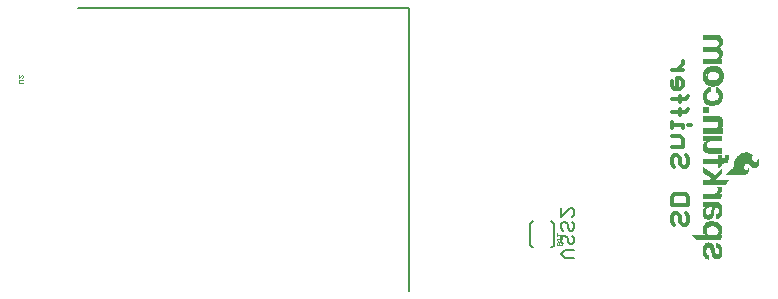
<source format=gbr>
G04 EAGLE Gerber RS-274X export*
G75*
%MOMM*%
%FSLAX34Y34*%
%LPD*%
%INSilkscreen Bottom*%
%IPPOS*%
%AMOC8*
5,1,8,0,0,1.08239X$1,22.5*%
G01*
%ADD10C,0.355600*%
%ADD11C,0.203200*%
%ADD12C,0.127000*%
%ADD13C,0.025400*%
%ADD14R,0.485100X0.495300*%

G36*
X601553Y138027D02*
X601553Y138027D01*
X601559Y138025D01*
X602390Y138095D01*
X602401Y138101D01*
X602416Y138100D01*
X603215Y138340D01*
X603225Y138348D01*
X603239Y138350D01*
X603971Y138751D01*
X603979Y138761D01*
X603992Y138766D01*
X604542Y139236D01*
X604547Y139247D01*
X604559Y139254D01*
X605004Y139824D01*
X605007Y139836D01*
X605017Y139846D01*
X605338Y140494D01*
X605339Y140506D01*
X605347Y140518D01*
X605531Y141217D01*
X605530Y141228D01*
X605535Y141239D01*
X605608Y142179D01*
X605606Y142188D01*
X605609Y142195D01*
X605608Y142197D01*
X605608Y142199D01*
X605535Y143139D01*
X605533Y143143D01*
X605534Y143149D01*
X605458Y143632D01*
X605433Y143671D01*
X605412Y143711D01*
X605408Y143712D01*
X605406Y143715D01*
X605361Y143725D01*
X605317Y143737D01*
X605313Y143735D01*
X605309Y143736D01*
X605271Y143711D01*
X605232Y143688D01*
X605231Y143683D01*
X605228Y143681D01*
X605219Y143640D01*
X605207Y143600D01*
X605223Y143442D01*
X605195Y143304D01*
X605124Y143171D01*
X604525Y142347D01*
X604459Y142279D01*
X604411Y142229D01*
X604273Y142157D01*
X603858Y142064D01*
X603430Y142064D01*
X603014Y142157D01*
X602610Y142363D01*
X602282Y142676D01*
X601917Y143282D01*
X601710Y143960D01*
X601675Y144671D01*
X601772Y145281D01*
X601970Y145867D01*
X602263Y146410D01*
X602628Y146835D01*
X603088Y147150D01*
X603613Y147336D01*
X604169Y147379D01*
X604717Y147277D01*
X605220Y147037D01*
X605655Y146667D01*
X607196Y145214D01*
X607206Y145211D01*
X607212Y145202D01*
X608970Y144015D01*
X608983Y144013D01*
X608993Y144003D01*
X609681Y143723D01*
X609696Y143724D01*
X609711Y143715D01*
X610446Y143616D01*
X610461Y143620D01*
X610478Y143615D01*
X611215Y143702D01*
X611228Y143710D01*
X611246Y143710D01*
X611938Y143977D01*
X611949Y143988D01*
X611966Y143992D01*
X612569Y144423D01*
X612576Y144434D01*
X612588Y144439D01*
X612766Y144628D01*
X612767Y144628D01*
X613005Y144881D01*
X613006Y144881D01*
X613244Y145133D01*
X613246Y145135D01*
X613249Y145143D01*
X613257Y145148D01*
X613817Y145925D01*
X613820Y145935D01*
X613828Y145943D01*
X614216Y146723D01*
X614217Y146735D01*
X614225Y146746D01*
X614456Y147586D01*
X614455Y147598D01*
X614461Y147610D01*
X614527Y148478D01*
X614523Y148489D01*
X614527Y148500D01*
X614441Y149400D01*
X614437Y149409D01*
X614438Y149419D01*
X614218Y150297D01*
X614212Y150305D01*
X614211Y150317D01*
X614110Y150545D01*
X613958Y150901D01*
X613958Y150902D01*
X613737Y151406D01*
X613726Y151416D01*
X613721Y151433D01*
X613383Y151868D01*
X613376Y151871D01*
X613372Y151879D01*
X613347Y151904D01*
X613347Y151905D01*
X613346Y151907D01*
X613254Y151942D01*
X613165Y151901D01*
X613132Y151816D01*
X613132Y151213D01*
X613075Y150702D01*
X612936Y150212D01*
X612681Y149731D01*
X612677Y149728D01*
X612311Y149336D01*
X611851Y149050D01*
X611332Y148893D01*
X611029Y148881D01*
X610729Y148940D01*
X610235Y149146D01*
X609777Y149429D01*
X609367Y149780D01*
X609013Y150192D01*
X608362Y151094D01*
X608113Y151582D01*
X608015Y152112D01*
X608073Y152650D01*
X608138Y152824D01*
X608387Y153185D01*
X608726Y153459D01*
X608829Y153503D01*
X608949Y153519D01*
X609829Y153519D01*
X609870Y153536D01*
X609912Y153550D01*
X609915Y153555D01*
X609920Y153557D01*
X609936Y153598D01*
X609955Y153638D01*
X609953Y153644D01*
X609955Y153649D01*
X609943Y153676D01*
X609927Y153725D01*
X609006Y154851D01*
X608994Y154857D01*
X608987Y154869D01*
X607850Y155776D01*
X607839Y155779D01*
X607831Y155788D01*
X606897Y156290D01*
X606887Y156291D01*
X606879Y156297D01*
X605882Y156655D01*
X605872Y156655D01*
X605863Y156660D01*
X604824Y156867D01*
X604813Y156865D01*
X604803Y156869D01*
X602875Y156930D01*
X602864Y156925D01*
X602852Y156928D01*
X600945Y156640D01*
X600935Y156634D01*
X600923Y156634D01*
X599099Y156006D01*
X599090Y155999D01*
X599078Y155997D01*
X597397Y155050D01*
X597391Y155042D01*
X597380Y155039D01*
X596273Y154154D01*
X596270Y154149D01*
X596265Y154146D01*
X596264Y154144D01*
X596260Y154142D01*
X595907Y153768D01*
X595431Y153263D01*
X595288Y153111D01*
X595285Y153103D01*
X595277Y153097D01*
X594460Y151940D01*
X594458Y151930D01*
X594450Y151922D01*
X593850Y150692D01*
X593849Y150681D01*
X593841Y150671D01*
X593473Y149352D01*
X593475Y149341D01*
X593469Y149330D01*
X593345Y147966D01*
X593347Y147961D01*
X593345Y147955D01*
X593345Y145680D01*
X593280Y145312D01*
X593153Y144961D01*
X592564Y143971D01*
X591782Y143117D01*
X586300Y138245D01*
X586298Y138241D01*
X586293Y138239D01*
X586277Y138197D01*
X586258Y138156D01*
X586260Y138152D01*
X586258Y138147D01*
X586277Y138106D01*
X586292Y138064D01*
X586297Y138062D01*
X586299Y138058D01*
X586372Y138029D01*
X586383Y138025D01*
X586384Y138025D01*
X601548Y138025D01*
X601553Y138027D01*
G37*
G36*
X582053Y82490D02*
X582053Y82490D01*
X582092Y82500D01*
X582098Y82509D01*
X582107Y82513D01*
X582118Y82541D01*
X582140Y82578D01*
X582876Y86464D01*
X582873Y86478D01*
X582878Y86493D01*
X582863Y86525D01*
X582855Y86560D01*
X582842Y86568D01*
X582836Y86582D01*
X582797Y86596D01*
X582772Y86612D01*
X582761Y86609D01*
X582750Y86613D01*
X580833Y86589D01*
X580982Y86723D01*
X580983Y86724D01*
X580984Y86724D01*
X581949Y87613D01*
X581951Y87619D01*
X581958Y87623D01*
X582259Y87966D01*
X582263Y87977D01*
X582273Y87985D01*
X582506Y88379D01*
X582507Y88388D01*
X582514Y88396D01*
X583047Y89717D01*
X583047Y89728D01*
X583054Y89738D01*
X583156Y90220D01*
X583153Y90232D01*
X583158Y90244D01*
X583183Y92225D01*
X583179Y92236D01*
X583181Y92248D01*
X582998Y93333D01*
X582991Y93343D01*
X582991Y93358D01*
X582591Y94382D01*
X582583Y94389D01*
X582581Y94401D01*
X582040Y95303D01*
X582034Y95308D01*
X582031Y95317D01*
X581378Y96141D01*
X581368Y96147D01*
X581363Y96157D01*
X580473Y96949D01*
X580460Y96953D01*
X580451Y96965D01*
X579410Y97544D01*
X579398Y97546D01*
X579387Y97554D01*
X577274Y98228D01*
X577263Y98227D01*
X577252Y98233D01*
X575052Y98516D01*
X575041Y98513D01*
X575029Y98517D01*
X572814Y98399D01*
X572804Y98394D01*
X572792Y98396D01*
X571416Y98073D01*
X571407Y98067D01*
X571395Y98066D01*
X570095Y97510D01*
X570087Y97502D01*
X570076Y97500D01*
X568891Y96728D01*
X568885Y96719D01*
X568874Y96714D01*
X568167Y96057D01*
X568163Y96047D01*
X568153Y96041D01*
X567568Y95273D01*
X567566Y95262D01*
X567557Y95255D01*
X567111Y94399D01*
X567110Y94388D01*
X567102Y94379D01*
X566808Y93460D01*
X566809Y93450D01*
X566803Y93440D01*
X566614Y92228D01*
X566616Y92219D01*
X566613Y92210D01*
X566596Y90983D01*
X566599Y90975D01*
X566597Y90965D01*
X566752Y89748D01*
X566757Y89738D01*
X566757Y89726D01*
X567021Y88882D01*
X567029Y88872D01*
X567032Y88857D01*
X567469Y88088D01*
X567479Y88080D01*
X567484Y88066D01*
X568074Y87406D01*
X568086Y87400D01*
X568094Y87388D01*
X568810Y86868D01*
X568812Y86867D01*
X557708Y86867D01*
X557664Y86849D01*
X557621Y86832D01*
X557620Y86830D01*
X557617Y86829D01*
X557600Y86785D01*
X557582Y86741D01*
X557583Y86739D01*
X557582Y86737D01*
X557591Y86716D01*
X557614Y86656D01*
X561348Y82516D01*
X561354Y82514D01*
X561357Y82508D01*
X561417Y82484D01*
X561438Y82475D01*
X561440Y82476D01*
X561442Y82475D01*
X582016Y82475D01*
X582053Y82490D01*
G37*
G36*
X583135Y231625D02*
X583135Y231625D01*
X583137Y231624D01*
X583180Y231644D01*
X583224Y231662D01*
X583224Y231664D01*
X583226Y231665D01*
X583259Y231750D01*
X583259Y235737D01*
X583258Y235739D01*
X583259Y235741D01*
X583239Y235784D01*
X583221Y235828D01*
X583219Y235828D01*
X583218Y235830D01*
X583133Y235863D01*
X581080Y235863D01*
X581087Y235894D01*
X581483Y236196D01*
X581486Y236202D01*
X581494Y236205D01*
X582281Y236967D01*
X582284Y236975D01*
X582291Y236979D01*
X582903Y237741D01*
X582907Y237755D01*
X582920Y237767D01*
X583324Y238657D01*
X583324Y238669D01*
X583332Y238680D01*
X583586Y239772D01*
X583585Y239781D01*
X583589Y239789D01*
X583716Y241161D01*
X583713Y241171D01*
X583716Y241182D01*
X583647Y242139D01*
X583641Y242150D01*
X583642Y242164D01*
X583382Y243087D01*
X583374Y243097D01*
X583372Y243110D01*
X582969Y243900D01*
X582960Y243908D01*
X582956Y243921D01*
X582410Y244619D01*
X582399Y244625D01*
X582393Y244637D01*
X581724Y245219D01*
X581712Y245222D01*
X581710Y245225D01*
X581710Y245226D01*
X581709Y245226D01*
X581704Y245233D01*
X581046Y245613D01*
X581088Y245655D01*
X581569Y246110D01*
X581570Y246113D01*
X581573Y246114D01*
X582332Y246902D01*
X582335Y246911D01*
X582344Y246916D01*
X582982Y247805D01*
X582984Y247816D01*
X582992Y247824D01*
X583386Y248629D01*
X583386Y248641D01*
X583394Y248652D01*
X583626Y249517D01*
X583624Y249529D01*
X583630Y249541D01*
X583691Y250435D01*
X583690Y250438D01*
X583691Y250439D01*
X583688Y250445D01*
X583691Y250455D01*
X583584Y251734D01*
X583580Y251741D01*
X583582Y251748D01*
X583333Y253008D01*
X583327Y253017D01*
X583327Y253029D01*
X583001Y253895D01*
X582991Y253905D01*
X582988Y253920D01*
X582481Y254694D01*
X582469Y254701D01*
X582463Y254715D01*
X581799Y255361D01*
X581787Y255365D01*
X581778Y255377D01*
X580839Y255965D01*
X580826Y255967D01*
X580816Y255977D01*
X579777Y256363D01*
X579764Y256362D01*
X579752Y256369D01*
X578656Y256538D01*
X578647Y256535D01*
X578637Y256539D01*
X567055Y256539D01*
X567053Y256538D01*
X567051Y256539D01*
X567008Y256519D01*
X566964Y256501D01*
X566964Y256499D01*
X566962Y256498D01*
X566929Y256413D01*
X566929Y252171D01*
X566930Y252169D01*
X566929Y252167D01*
X566949Y252124D01*
X566967Y252080D01*
X566969Y252080D01*
X566970Y252078D01*
X567055Y252045D01*
X577334Y252045D01*
X578214Y251938D01*
X579036Y251626D01*
X579420Y251365D01*
X579733Y251022D01*
X579959Y250616D01*
X580087Y250168D01*
X580155Y249264D01*
X580063Y248361D01*
X579937Y247952D01*
X579727Y247579D01*
X579441Y247261D01*
X578913Y246876D01*
X578318Y246603D01*
X577679Y246454D01*
X576576Y246379D01*
X567055Y246379D01*
X567053Y246378D01*
X567051Y246379D01*
X567008Y246359D01*
X566964Y246341D01*
X566964Y246339D01*
X566962Y246338D01*
X566929Y246253D01*
X566929Y241935D01*
X566930Y241933D01*
X566929Y241931D01*
X566949Y241888D01*
X566967Y241844D01*
X566969Y241844D01*
X566970Y241842D01*
X567055Y241809D01*
X577614Y241809D01*
X578277Y241729D01*
X578896Y241498D01*
X579443Y241128D01*
X579761Y240781D01*
X579994Y240373D01*
X580130Y239922D01*
X580162Y239445D01*
X580112Y238597D01*
X580030Y238157D01*
X579852Y237753D01*
X579586Y237399D01*
X578642Y236579D01*
X578104Y236296D01*
X577513Y236164D01*
X576891Y236194D01*
X576888Y236193D01*
X576885Y236194D01*
X567080Y236194D01*
X567078Y236193D01*
X567076Y236194D01*
X567033Y236174D01*
X566989Y236156D01*
X566989Y236154D01*
X566987Y236153D01*
X566954Y236068D01*
X566954Y231750D01*
X566955Y231748D01*
X566954Y231746D01*
X566974Y231703D01*
X566992Y231659D01*
X566994Y231659D01*
X566995Y231657D01*
X567080Y231624D01*
X583133Y231624D01*
X583135Y231625D01*
G37*
G36*
X571983Y99848D02*
X571983Y99848D01*
X571995Y99853D01*
X572010Y99851D01*
X572951Y100057D01*
X572963Y100066D01*
X572980Y100067D01*
X573842Y100496D01*
X573851Y100506D01*
X573866Y100511D01*
X574475Y101009D01*
X574479Y101017D01*
X574487Y101020D01*
X574488Y101024D01*
X574493Y101027D01*
X574991Y101637D01*
X574994Y101649D01*
X575005Y101658D01*
X575371Y102354D01*
X575372Y102365D01*
X575379Y102374D01*
X575863Y103859D01*
X575862Y103867D01*
X575867Y103876D01*
X576145Y105413D01*
X576144Y105417D01*
X576147Y105422D01*
X576375Y107628D01*
X576601Y108934D01*
X576766Y109403D01*
X577012Y109831D01*
X577273Y110115D01*
X577360Y110175D01*
X577457Y110217D01*
X577978Y110328D01*
X578509Y110328D01*
X579030Y110217D01*
X579344Y110078D01*
X579623Y109879D01*
X579857Y109626D01*
X580050Y109312D01*
X580178Y108966D01*
X580239Y108597D01*
X580289Y107242D01*
X580235Y106655D01*
X580070Y106094D01*
X579815Y105630D01*
X579459Y105240D01*
X579021Y104945D01*
X578526Y104761D01*
X577995Y104698D01*
X577952Y104698D01*
X577950Y104697D01*
X577948Y104698D01*
X577905Y104678D01*
X577861Y104660D01*
X577861Y104658D01*
X577859Y104657D01*
X577826Y104572D01*
X577826Y100431D01*
X577824Y100430D01*
X577814Y100388D01*
X577800Y100346D01*
X577803Y100340D01*
X577802Y100334D01*
X577818Y100309D01*
X577839Y100264D01*
X577864Y100239D01*
X577865Y100239D01*
X577907Y100223D01*
X577956Y100204D01*
X577957Y100204D01*
X577999Y100224D01*
X578042Y100243D01*
X578933Y100365D01*
X578944Y100371D01*
X578959Y100371D01*
X579900Y100705D01*
X579910Y100714D01*
X579924Y100717D01*
X580777Y101236D01*
X580785Y101247D01*
X580798Y101252D01*
X581528Y101935D01*
X581533Y101947D01*
X581545Y101955D01*
X582119Y102772D01*
X582122Y102784D01*
X582131Y102793D01*
X582660Y103951D01*
X582660Y103961D01*
X582667Y103970D01*
X583001Y105199D01*
X583000Y105208D01*
X583004Y105217D01*
X583218Y106957D01*
X583215Y106965D01*
X583218Y106973D01*
X583210Y108727D01*
X583207Y108734D01*
X583209Y108743D01*
X582979Y110482D01*
X582974Y110490D01*
X582975Y110501D01*
X582550Y111915D01*
X582542Y111924D01*
X582541Y111938D01*
X581847Y113241D01*
X581837Y113250D01*
X581832Y113264D01*
X581349Y113826D01*
X581335Y113833D01*
X581326Y113847D01*
X580721Y114274D01*
X580706Y114277D01*
X580694Y114289D01*
X580003Y114556D01*
X579988Y114555D01*
X579973Y114563D01*
X579238Y114654D01*
X579230Y114652D01*
X579222Y114655D01*
X574396Y114655D01*
X574394Y114654D01*
X574392Y114655D01*
X574377Y114648D01*
X574293Y114680D01*
X569955Y114655D01*
X568618Y114757D01*
X567323Y115106D01*
X567124Y115180D01*
X567099Y115179D01*
X567076Y115188D01*
X567052Y115177D01*
X567026Y115176D01*
X567009Y115157D01*
X566987Y115147D01*
X566976Y115120D01*
X566960Y115102D01*
X566962Y115083D01*
X566954Y115062D01*
X566954Y111028D01*
X566951Y110992D01*
X566960Y110964D01*
X566964Y110924D01*
X566983Y110887D01*
X567000Y110873D01*
X567005Y110862D01*
X567012Y110859D01*
X567029Y110836D01*
X567065Y110815D01*
X567082Y110812D01*
X567098Y110800D01*
X567378Y110724D01*
X567381Y110725D01*
X567384Y110723D01*
X568413Y110496D01*
X568436Y110487D01*
X568442Y110480D01*
X568444Y110472D01*
X568443Y110463D01*
X568427Y110439D01*
X567724Y109612D01*
X567720Y109601D01*
X567710Y109592D01*
X567170Y108641D01*
X567169Y108630D01*
X567161Y108620D01*
X566808Y107585D01*
X566809Y107573D01*
X566803Y107563D01*
X566562Y105945D01*
X566565Y105935D01*
X566561Y105924D01*
X566599Y104289D01*
X566604Y104278D01*
X566602Y104264D01*
X566910Y102892D01*
X566918Y102881D01*
X566919Y102866D01*
X567525Y101597D01*
X567535Y101588D01*
X567539Y101574D01*
X567881Y101126D01*
X567891Y101120D01*
X567897Y101108D01*
X568317Y100731D01*
X568328Y100727D01*
X568336Y100717D01*
X568819Y100425D01*
X568830Y100423D01*
X568840Y100415D01*
X569833Y100042D01*
X569844Y100042D01*
X569855Y100036D01*
X570899Y99847D01*
X570910Y99850D01*
X570922Y99845D01*
X571983Y99848D01*
G37*
G36*
X586353Y128990D02*
X586353Y128990D01*
X586373Y128988D01*
X586400Y129010D01*
X586425Y129020D01*
X586430Y129035D01*
X586444Y129045D01*
X588806Y133185D01*
X588810Y133220D01*
X588822Y133252D01*
X588815Y133267D01*
X588817Y133283D01*
X588795Y133310D01*
X588781Y133341D01*
X588765Y133348D01*
X588755Y133360D01*
X588728Y133362D01*
X588696Y133374D01*
X577266Y133374D01*
X582740Y138849D01*
X582742Y138852D01*
X582744Y138853D01*
X582777Y138938D01*
X582777Y143612D01*
X582777Y143614D01*
X582777Y143615D01*
X582757Y143659D01*
X582739Y143703D01*
X582737Y143703D01*
X582736Y143705D01*
X582692Y143721D01*
X582647Y143738D01*
X582645Y143737D01*
X582644Y143738D01*
X582561Y143700D01*
X576995Y138009D01*
X567100Y144606D01*
X567062Y144613D01*
X567025Y144627D01*
X567015Y144622D01*
X567003Y144624D01*
X566972Y144602D01*
X566936Y144585D01*
X566932Y144574D01*
X566923Y144568D01*
X566918Y144538D01*
X566904Y144500D01*
X566929Y139420D01*
X566936Y139403D01*
X566934Y139385D01*
X566956Y139356D01*
X566968Y139330D01*
X566980Y139325D01*
X566990Y139313D01*
X573968Y135080D01*
X573894Y135003D01*
X573772Y134877D01*
X573771Y134877D01*
X573403Y134498D01*
X573281Y134372D01*
X573158Y134246D01*
X572790Y133867D01*
X572667Y133741D01*
X572545Y133615D01*
X572361Y133425D01*
X566953Y133425D01*
X566951Y133424D01*
X566949Y133425D01*
X566906Y133405D01*
X566862Y133387D01*
X566862Y133385D01*
X566860Y133384D01*
X566827Y133299D01*
X566827Y129159D01*
X566828Y129156D01*
X566827Y129153D01*
X566864Y129070D01*
X566915Y129019D01*
X566918Y129018D01*
X566919Y129015D01*
X567004Y128982D01*
X586334Y128982D01*
X586353Y128990D01*
G37*
G36*
X582729Y155882D02*
X582729Y155882D01*
X582731Y155881D01*
X582774Y155901D01*
X582818Y155919D01*
X582818Y155921D01*
X582820Y155922D01*
X582853Y156007D01*
X582853Y160147D01*
X582852Y160149D01*
X582853Y160151D01*
X582833Y160194D01*
X582815Y160238D01*
X582813Y160238D01*
X582812Y160240D01*
X582727Y160273D01*
X572730Y160273D01*
X571900Y160422D01*
X571132Y160765D01*
X570770Y161037D01*
X570469Y161378D01*
X570244Y161773D01*
X570021Y162462D01*
X569941Y163181D01*
X570008Y163902D01*
X570220Y164593D01*
X570508Y165103D01*
X570905Y165534D01*
X571390Y165861D01*
X571940Y166070D01*
X573144Y166295D01*
X574374Y166371D01*
X582676Y166371D01*
X582678Y166372D01*
X582680Y166371D01*
X582723Y166391D01*
X582767Y166409D01*
X582767Y166411D01*
X582769Y166412D01*
X582802Y166497D01*
X582802Y170713D01*
X582801Y170715D01*
X582802Y170717D01*
X582782Y170760D01*
X582764Y170804D01*
X582762Y170804D01*
X582761Y170806D01*
X582676Y170839D01*
X567055Y170839D01*
X567053Y170838D01*
X567051Y170839D01*
X567008Y170819D01*
X566964Y170801D01*
X566964Y170799D01*
X566962Y170798D01*
X566929Y170713D01*
X566929Y166700D01*
X566930Y166698D01*
X566929Y166696D01*
X566949Y166653D01*
X566967Y166609D01*
X566969Y166609D01*
X566970Y166607D01*
X567055Y166574D01*
X569112Y166574D01*
X568471Y166067D01*
X568467Y166059D01*
X568458Y166055D01*
X568351Y165942D01*
X568231Y165816D01*
X567992Y165564D01*
X567872Y165437D01*
X567752Y165311D01*
X567673Y165228D01*
X567670Y165219D01*
X567662Y165214D01*
X567003Y164284D01*
X567001Y164275D01*
X566993Y164267D01*
X566871Y164022D01*
X566870Y164011D01*
X566863Y164002D01*
X566782Y163740D01*
X566783Y163731D01*
X566778Y163722D01*
X566555Y162244D01*
X566557Y162236D01*
X566553Y162228D01*
X566523Y160734D01*
X566527Y160724D01*
X566524Y160713D01*
X566671Y159680D01*
X566677Y159670D01*
X566677Y159656D01*
X567020Y158670D01*
X567028Y158661D01*
X567030Y158648D01*
X567556Y157746D01*
X567566Y157739D01*
X567571Y157726D01*
X567799Y157472D01*
X567810Y157466D01*
X567818Y157455D01*
X568703Y156795D01*
X568714Y156792D01*
X568723Y156782D01*
X569713Y156294D01*
X569725Y156294D01*
X569735Y156286D01*
X570798Y155986D01*
X570809Y155988D01*
X570821Y155982D01*
X571920Y155881D01*
X571926Y155883D01*
X571932Y155881D01*
X582727Y155881D01*
X582729Y155882D01*
G37*
G36*
X582703Y173078D02*
X582703Y173078D01*
X582705Y173077D01*
X582748Y173097D01*
X582792Y173115D01*
X582792Y173117D01*
X582794Y173118D01*
X582827Y173203D01*
X582827Y177241D01*
X582826Y177243D01*
X582827Y177245D01*
X582807Y177288D01*
X582789Y177332D01*
X582787Y177332D01*
X582786Y177334D01*
X582701Y177367D01*
X580633Y177367D01*
X580662Y177409D01*
X580798Y177523D01*
X581176Y177800D01*
X581178Y177804D01*
X581183Y177806D01*
X581656Y178208D01*
X581660Y178215D01*
X581668Y178219D01*
X582084Y178680D01*
X582087Y178691D01*
X582097Y178698D01*
X582664Y179596D01*
X582667Y179609D01*
X582676Y179620D01*
X583045Y180617D01*
X583045Y180629D01*
X583052Y180642D01*
X583207Y181694D01*
X583204Y181704D01*
X583208Y181715D01*
X583187Y182550D01*
X583178Y182928D01*
X583169Y183307D01*
X583158Y183721D01*
X583154Y183732D01*
X583156Y183744D01*
X582950Y184721D01*
X582942Y184733D01*
X582941Y184749D01*
X582519Y185654D01*
X582508Y185663D01*
X582504Y185678D01*
X581886Y186463D01*
X581875Y186469D01*
X581869Y186481D01*
X581294Y186970D01*
X581283Y186973D01*
X581276Y186983D01*
X580627Y187367D01*
X580616Y187369D01*
X580607Y187377D01*
X579902Y187646D01*
X579893Y187646D01*
X579884Y187651D01*
X578777Y187891D01*
X578768Y187889D01*
X578760Y187894D01*
X577631Y187984D01*
X577626Y187982D01*
X577621Y187984D01*
X567080Y187984D01*
X567078Y187983D01*
X567076Y187984D01*
X567033Y187964D01*
X566989Y187946D01*
X566989Y187944D01*
X566987Y187943D01*
X566954Y187858D01*
X566954Y183769D01*
X566955Y183767D01*
X566954Y183765D01*
X566974Y183722D01*
X566992Y183678D01*
X566994Y183678D01*
X566995Y183676D01*
X567080Y183643D01*
X576726Y183643D01*
X577444Y183578D01*
X578132Y183387D01*
X578774Y183077D01*
X579161Y182781D01*
X579470Y182407D01*
X579687Y181972D01*
X579764Y181672D01*
X579781Y181356D01*
X579731Y180251D01*
X579644Y179695D01*
X579440Y179179D01*
X579126Y178722D01*
X578557Y178205D01*
X577878Y177842D01*
X577128Y177626D01*
X576345Y177545D01*
X566979Y177545D01*
X566977Y177544D01*
X566975Y177545D01*
X566932Y177525D01*
X566888Y177507D01*
X566888Y177505D01*
X566886Y177504D01*
X566853Y177419D01*
X566853Y173203D01*
X566854Y173201D01*
X566853Y173199D01*
X566873Y173156D01*
X566891Y173112D01*
X566893Y173112D01*
X566894Y173110D01*
X566979Y173077D01*
X582701Y173077D01*
X582703Y173078D01*
G37*
G36*
X575464Y213317D02*
X575464Y213317D01*
X575490Y213313D01*
X579046Y214126D01*
X579067Y214141D01*
X579096Y214150D01*
X581814Y216284D01*
X581826Y216306D01*
X581849Y216327D01*
X583526Y219705D01*
X583527Y219725D01*
X583538Y219746D01*
X583715Y221219D01*
X583713Y221226D01*
X583716Y221234D01*
X583716Y221285D01*
X583708Y221305D01*
X583707Y221331D01*
X583657Y221458D01*
X583637Y221479D01*
X583625Y221505D01*
X583603Y221514D01*
X583589Y221529D01*
X583565Y221528D01*
X583540Y221538D01*
X580619Y221538D01*
X580579Y221521D01*
X580538Y221509D01*
X580534Y221502D01*
X580528Y221500D01*
X580517Y221472D01*
X580494Y221429D01*
X580344Y220334D01*
X579709Y219186D01*
X578625Y218398D01*
X577736Y218002D01*
X576262Y217728D01*
X574403Y217678D01*
X573155Y217853D01*
X572006Y218227D01*
X570979Y218765D01*
X569971Y220413D01*
X569749Y222161D01*
X570341Y223912D01*
X571322Y224991D01*
X572532Y225534D01*
X574080Y225909D01*
X575505Y225909D01*
X577434Y225658D01*
X579046Y224914D01*
X579855Y224080D01*
X580368Y223127D01*
X580467Y221940D01*
X580467Y221844D01*
X580468Y221841D01*
X580467Y221838D01*
X580487Y221796D01*
X580505Y221753D01*
X580508Y221752D01*
X580510Y221749D01*
X580595Y221718D01*
X580597Y221718D01*
X583567Y221768D01*
X583576Y221772D01*
X583585Y221769D01*
X583620Y221791D01*
X583650Y221804D01*
X583656Y221807D01*
X583657Y221808D01*
X583660Y221817D01*
X583668Y221822D01*
X583681Y221873D01*
X583691Y221899D01*
X583691Y221900D01*
X583689Y221905D01*
X583690Y221910D01*
X583436Y223917D01*
X583430Y223928D01*
X583430Y223942D01*
X582871Y225568D01*
X582860Y225580D01*
X582856Y225599D01*
X581485Y227580D01*
X581472Y227588D01*
X581463Y227604D01*
X580193Y228696D01*
X580177Y228701D01*
X580162Y228715D01*
X577825Y229756D01*
X577808Y229757D01*
X577790Y229766D01*
X575605Y230046D01*
X575590Y230042D01*
X575574Y230046D01*
X573466Y229792D01*
X573458Y229788D01*
X573447Y229789D01*
X570983Y229103D01*
X570969Y229092D01*
X570950Y229088D01*
X569655Y228275D01*
X569646Y228263D01*
X569631Y228255D01*
X568488Y227061D01*
X568484Y227053D01*
X568476Y227047D01*
X567689Y225930D01*
X567685Y225913D01*
X567673Y225898D01*
X567038Y224044D01*
X567039Y224030D01*
X567031Y224016D01*
X566777Y221501D01*
X566782Y221487D01*
X566778Y221471D01*
X567184Y218474D01*
X567196Y218453D01*
X567202Y218424D01*
X568980Y215579D01*
X569001Y215565D01*
X569019Y215540D01*
X571508Y213940D01*
X571531Y213936D01*
X571556Y213921D01*
X575442Y213311D01*
X575464Y213317D01*
G37*
G36*
X572038Y66053D02*
X572038Y66053D01*
X572068Y66056D01*
X572069Y66057D01*
X572070Y66057D01*
X572079Y66068D01*
X572092Y66073D01*
X572095Y66079D01*
X572101Y66082D01*
X572113Y66112D01*
X572129Y66132D01*
X572129Y66134D01*
X572130Y66135D01*
X572129Y66150D01*
X572134Y66162D01*
X572133Y66165D01*
X572134Y66167D01*
X572134Y70028D01*
X572133Y70030D01*
X572134Y70032D01*
X572114Y70075D01*
X572096Y70119D01*
X572094Y70119D01*
X572093Y70121D01*
X572008Y70154D01*
X571961Y70154D01*
X571464Y70183D01*
X571002Y70330D01*
X570588Y70585D01*
X570145Y71027D01*
X569808Y71554D01*
X569591Y72141D01*
X569518Y72703D01*
X569518Y74033D01*
X569592Y74636D01*
X569789Y75203D01*
X570101Y75716D01*
X570185Y75800D01*
X570309Y75927D01*
X570385Y76004D01*
X570730Y76212D01*
X571115Y76329D01*
X571519Y76346D01*
X571914Y76261D01*
X572276Y76081D01*
X572580Y75815D01*
X572811Y75479D01*
X573281Y74372D01*
X573587Y73198D01*
X574450Y69567D01*
X574455Y69560D01*
X574455Y69551D01*
X574761Y68743D01*
X574767Y68736D01*
X574769Y68726D01*
X575196Y67975D01*
X575203Y67969D01*
X575207Y67959D01*
X575744Y67282D01*
X575754Y67277D01*
X575760Y67266D01*
X576145Y66929D01*
X576158Y66925D01*
X576167Y66914D01*
X576614Y66665D01*
X576627Y66664D01*
X576638Y66655D01*
X577127Y66503D01*
X577139Y66505D01*
X577152Y66498D01*
X578288Y66393D01*
X578301Y66396D01*
X578314Y66393D01*
X579448Y66522D01*
X579459Y66528D01*
X579473Y66527D01*
X580557Y66885D01*
X580566Y66893D01*
X580580Y66895D01*
X581102Y67194D01*
X581109Y67204D01*
X581122Y67209D01*
X581577Y67603D01*
X581582Y67614D01*
X581594Y67621D01*
X581963Y68097D01*
X581966Y68108D01*
X581975Y68117D01*
X582629Y69398D01*
X582630Y69409D01*
X582637Y69419D01*
X583048Y70797D01*
X583047Y70808D01*
X583053Y70820D01*
X583208Y72249D01*
X583206Y72256D01*
X583208Y72263D01*
X583208Y74066D01*
X583206Y74072D01*
X583208Y74079D01*
X583068Y75472D01*
X583063Y75481D01*
X583064Y75492D01*
X582696Y76843D01*
X582689Y76853D01*
X582687Y76866D01*
X582149Y77963D01*
X582139Y77972D01*
X582135Y77986D01*
X581378Y78945D01*
X581368Y78951D01*
X581363Y78962D01*
X580967Y79310D01*
X580958Y79313D01*
X580952Y79322D01*
X580510Y79608D01*
X580500Y79610D01*
X580493Y79617D01*
X579705Y79973D01*
X579700Y79973D01*
X579696Y79977D01*
X579138Y80180D01*
X579118Y80179D01*
X579113Y80181D01*
X579090Y80181D01*
X579070Y80185D01*
X579056Y80176D01*
X579044Y80185D01*
X579038Y80183D01*
X579031Y80187D01*
X578320Y80263D01*
X578312Y80260D01*
X578303Y80263D01*
X578266Y80246D01*
X578226Y80234D01*
X578222Y80226D01*
X578214Y80222D01*
X578194Y80172D01*
X578181Y80146D01*
X578183Y80142D01*
X578181Y80137D01*
X578181Y76251D01*
X578199Y76207D01*
X578217Y76163D01*
X578218Y76162D01*
X578219Y76160D01*
X578238Y76153D01*
X578299Y76125D01*
X578559Y76109D01*
X578802Y76054D01*
X579154Y75904D01*
X579467Y75686D01*
X579731Y75411D01*
X580002Y74988D01*
X580191Y74521D01*
X580289Y74025D01*
X580333Y73178D01*
X580289Y72329D01*
X580204Y71880D01*
X580047Y71456D01*
X579852Y71155D01*
X579584Y70922D01*
X579242Y70767D01*
X578870Y70719D01*
X578501Y70784D01*
X578140Y70968D01*
X577847Y71251D01*
X577431Y71926D01*
X577159Y72678D01*
X576755Y74701D01*
X576754Y74702D01*
X576754Y74703D01*
X576373Y76426D01*
X576368Y76433D01*
X576368Y76442D01*
X575758Y78098D01*
X575752Y78104D01*
X575751Y78114D01*
X575346Y78870D01*
X575339Y78876D01*
X575336Y78885D01*
X574828Y79577D01*
X574818Y79582D01*
X574813Y79594D01*
X574463Y79926D01*
X574451Y79931D01*
X574442Y79942D01*
X574030Y80194D01*
X574016Y80196D01*
X574004Y80206D01*
X573001Y80543D01*
X572986Y80542D01*
X572972Y80550D01*
X571917Y80644D01*
X571908Y80641D01*
X571897Y80644D01*
X570856Y80568D01*
X570848Y80564D01*
X570838Y80565D01*
X570174Y80423D01*
X570164Y80416D01*
X570151Y80415D01*
X569526Y80149D01*
X569517Y80141D01*
X569505Y80138D01*
X568941Y79759D01*
X568934Y79749D01*
X568923Y79744D01*
X568180Y79018D01*
X568176Y79008D01*
X568170Y79006D01*
X568170Y79004D01*
X568165Y79002D01*
X567559Y78158D01*
X567557Y78148D01*
X567548Y78139D01*
X567097Y77204D01*
X567096Y77193D01*
X567089Y77183D01*
X566807Y76183D01*
X566808Y76175D01*
X566803Y76166D01*
X566621Y74852D01*
X566623Y74845D01*
X566620Y74839D01*
X566573Y73512D01*
X566575Y73506D01*
X566573Y73499D01*
X566751Y70933D01*
X566756Y70924D01*
X566754Y70914D01*
X566966Y69993D01*
X566974Y69982D01*
X566975Y69968D01*
X567372Y69111D01*
X567379Y69105D01*
X567381Y69096D01*
X568143Y67902D01*
X568149Y67898D01*
X568152Y67889D01*
X568583Y67374D01*
X568594Y67369D01*
X568600Y67357D01*
X569124Y66937D01*
X569135Y66933D01*
X569144Y66923D01*
X569740Y66614D01*
X569749Y66613D01*
X569757Y66606D01*
X571027Y66174D01*
X571037Y66175D01*
X571046Y66170D01*
X571630Y66068D01*
X571637Y66069D01*
X571643Y66066D01*
X571999Y66041D01*
X572006Y66043D01*
X572012Y66041D01*
X572038Y66053D01*
G37*
G36*
X576482Y196292D02*
X576482Y196292D01*
X576491Y196296D01*
X576503Y196294D01*
X577993Y196592D01*
X578003Y196599D01*
X578016Y196599D01*
X579422Y197176D01*
X579430Y197184D01*
X579443Y197187D01*
X580714Y198021D01*
X580720Y198031D01*
X580732Y198036D01*
X581820Y199097D01*
X581825Y199108D01*
X581836Y199116D01*
X582701Y200365D01*
X582704Y200377D01*
X582713Y200386D01*
X583325Y201777D01*
X583325Y201789D01*
X583332Y201801D01*
X583665Y203307D01*
X583662Y203319D01*
X583668Y203332D01*
X583691Y204874D01*
X583688Y204883D01*
X583690Y204893D01*
X583501Y206327D01*
X583498Y206332D01*
X583499Y206338D01*
X583180Y207749D01*
X583175Y207757D01*
X583174Y207767D01*
X582717Y208924D01*
X582707Y208934D01*
X582704Y208948D01*
X582007Y209979D01*
X581996Y209986D01*
X581989Y210000D01*
X581086Y210855D01*
X581074Y210860D01*
X581065Y210872D01*
X579998Y211512D01*
X579986Y211514D01*
X579977Y211523D01*
X578822Y211947D01*
X578812Y211947D01*
X578803Y211952D01*
X577595Y212189D01*
X577581Y212186D01*
X577567Y212191D01*
X577534Y212176D01*
X577499Y212169D01*
X577491Y212156D01*
X577478Y212150D01*
X577462Y212111D01*
X577446Y212085D01*
X577449Y212075D01*
X577445Y212065D01*
X577445Y207874D01*
X577446Y207872D01*
X577445Y207870D01*
X577465Y207827D01*
X577483Y207783D01*
X577485Y207783D01*
X577486Y207781D01*
X577571Y207748D01*
X577589Y207748D01*
X578168Y207681D01*
X578710Y207488D01*
X579195Y207177D01*
X579596Y206764D01*
X579894Y206271D01*
X580155Y205479D01*
X580238Y204647D01*
X580172Y203807D01*
X579991Y202986D01*
X579805Y202572D01*
X579515Y202225D01*
X578604Y201538D01*
X577579Y201033D01*
X576476Y200728D01*
X575335Y200635D01*
X573775Y200764D01*
X572251Y201110D01*
X571534Y201425D01*
X570915Y201900D01*
X570426Y202508D01*
X570096Y203216D01*
X569915Y203995D01*
X569874Y204796D01*
X569947Y205386D01*
X570120Y205955D01*
X570388Y206485D01*
X570733Y206928D01*
X571165Y207286D01*
X571755Y207607D01*
X572392Y207822D01*
X573068Y207926D01*
X573104Y207948D01*
X573142Y207966D01*
X573145Y207974D01*
X573152Y207978D01*
X573158Y208008D01*
X573175Y208051D01*
X573175Y212115D01*
X573174Y212117D01*
X573175Y212119D01*
X573155Y212162D01*
X573137Y212206D01*
X573135Y212206D01*
X573134Y212208D01*
X573049Y212241D01*
X572999Y212241D01*
X572995Y212240D01*
X572991Y212241D01*
X572516Y212209D01*
X572509Y212205D01*
X572499Y212207D01*
X572034Y212112D01*
X572025Y212106D01*
X572013Y212106D01*
X570622Y211564D01*
X570613Y211555D01*
X570599Y211552D01*
X569348Y210737D01*
X569341Y210726D01*
X569328Y210721D01*
X568270Y209668D01*
X568265Y209656D01*
X568253Y209648D01*
X567433Y208400D01*
X567430Y208389D01*
X567422Y208380D01*
X566960Y207287D01*
X566960Y207277D01*
X566954Y207268D01*
X566672Y206115D01*
X566673Y206105D01*
X566669Y206095D01*
X566573Y204912D01*
X566576Y204904D01*
X566573Y204894D01*
X566672Y203308D01*
X566675Y203301D01*
X566674Y203294D01*
X566956Y201730D01*
X566961Y201722D01*
X566960Y201712D01*
X567315Y200642D01*
X567321Y200634D01*
X567323Y200623D01*
X567849Y199626D01*
X567857Y199619D01*
X567861Y199608D01*
X568545Y198712D01*
X568554Y198707D01*
X568559Y198697D01*
X569382Y197926D01*
X569391Y197922D01*
X569398Y197913D01*
X570414Y197231D01*
X570424Y197229D01*
X570432Y197221D01*
X571543Y196707D01*
X571552Y196707D01*
X571561Y196700D01*
X572739Y196366D01*
X572749Y196367D01*
X572758Y196362D01*
X573974Y196217D01*
X573983Y196219D01*
X573993Y196216D01*
X576482Y196292D01*
G37*
G36*
X580014Y143257D02*
X580014Y143257D01*
X580015Y143257D01*
X580098Y143294D01*
X582765Y145961D01*
X582767Y145964D01*
X582769Y145965D01*
X582802Y146050D01*
X582802Y147296D01*
X583133Y147296D01*
X583135Y147297D01*
X583142Y147297D01*
X583143Y147296D01*
X585277Y147473D01*
X585287Y147478D01*
X585299Y147477D01*
X585866Y147625D01*
X585875Y147632D01*
X585887Y147633D01*
X586418Y147882D01*
X586426Y147890D01*
X586438Y147893D01*
X586915Y148233D01*
X586921Y148243D01*
X586933Y148249D01*
X587643Y148992D01*
X587647Y149003D01*
X587658Y149011D01*
X588208Y149879D01*
X588210Y149891D01*
X588219Y149901D01*
X588588Y150859D01*
X588588Y150872D01*
X588595Y150883D01*
X588769Y151896D01*
X588767Y151906D01*
X588771Y151917D01*
X588771Y153467D01*
X588770Y153470D01*
X588771Y153474D01*
X588695Y154791D01*
X588695Y154813D01*
X588694Y154815D01*
X588695Y154817D01*
X588675Y154860D01*
X588657Y154904D01*
X588655Y154904D01*
X588654Y154906D01*
X588569Y154939D01*
X585546Y154939D01*
X585544Y154938D01*
X585542Y154939D01*
X585499Y154919D01*
X585455Y154901D01*
X585455Y154899D01*
X585453Y154898D01*
X585420Y154813D01*
X585420Y154737D01*
X585422Y154732D01*
X585420Y154725D01*
X585446Y154445D01*
X585531Y153530D01*
X585448Y152630D01*
X585351Y152348D01*
X585181Y152108D01*
X584949Y151926D01*
X584526Y151751D01*
X584064Y151688D01*
X582802Y151688D01*
X582802Y154534D01*
X582801Y154536D01*
X582802Y154538D01*
X582782Y154581D01*
X582764Y154625D01*
X582762Y154625D01*
X582761Y154627D01*
X582676Y154660D01*
X580009Y154660D01*
X580007Y154659D01*
X580005Y154660D01*
X579962Y154640D01*
X579918Y154622D01*
X579918Y154620D01*
X579916Y154619D01*
X579883Y154534D01*
X579883Y151662D01*
X566979Y151662D01*
X566977Y151661D01*
X566975Y151662D01*
X566932Y151642D01*
X566888Y151624D01*
X566888Y151622D01*
X566886Y151621D01*
X566853Y151536D01*
X566853Y147371D01*
X566854Y147369D01*
X566853Y147367D01*
X566873Y147324D01*
X566891Y147280D01*
X566893Y147280D01*
X566894Y147278D01*
X566979Y147245D01*
X579859Y147245D01*
X579883Y143382D01*
X579883Y143381D01*
X579903Y143336D01*
X579922Y143292D01*
X579923Y143291D01*
X579968Y143274D01*
X580014Y143257D01*
X580014Y143257D01*
G37*
G36*
X581965Y117146D02*
X581965Y117146D01*
X582003Y117162D01*
X582042Y117172D01*
X582047Y117181D01*
X582056Y117184D01*
X582067Y117213D01*
X582089Y117250D01*
X582775Y121111D01*
X582772Y121124D01*
X582777Y121137D01*
X582762Y121171D01*
X582753Y121207D01*
X582742Y121214D01*
X582736Y121226D01*
X582695Y121242D01*
X582669Y121258D01*
X582660Y121256D01*
X582651Y121259D01*
X579871Y121259D01*
X579886Y121306D01*
X580154Y121485D01*
X581196Y122171D01*
X581200Y122176D01*
X581207Y122179D01*
X581590Y122495D01*
X581597Y122508D01*
X581610Y122516D01*
X581912Y122910D01*
X581913Y122915D01*
X581917Y122918D01*
X582502Y123807D01*
X582503Y123810D01*
X582506Y123813D01*
X582859Y124424D01*
X582861Y124436D01*
X582870Y124447D01*
X583093Y125117D01*
X583092Y125129D01*
X583098Y125141D01*
X583182Y125842D01*
X583179Y125852D01*
X583183Y125864D01*
X583107Y127236D01*
X583086Y127279D01*
X583066Y127322D01*
X583064Y127323D01*
X583064Y127324D01*
X583046Y127330D01*
X582981Y127355D01*
X579120Y127355D01*
X579118Y127354D01*
X579116Y127355D01*
X579073Y127335D01*
X579029Y127317D01*
X579029Y127315D01*
X579027Y127314D01*
X578994Y127229D01*
X578994Y127203D01*
X578998Y127194D01*
X578995Y127183D01*
X579020Y127031D01*
X579022Y127028D01*
X579021Y127025D01*
X579146Y126428D01*
X579146Y124903D01*
X579054Y124361D01*
X578873Y123843D01*
X578609Y123364D01*
X578049Y122697D01*
X577357Y122172D01*
X576564Y121811D01*
X575745Y121611D01*
X574899Y121538D01*
X567080Y121538D01*
X567078Y121537D01*
X567076Y121538D01*
X567033Y121518D01*
X566989Y121500D01*
X566989Y121498D01*
X566987Y121497D01*
X566954Y121412D01*
X566954Y117246D01*
X566955Y117244D01*
X566954Y117242D01*
X566974Y117199D01*
X566992Y117155D01*
X566994Y117154D01*
X566995Y117152D01*
X567080Y117120D01*
X581965Y117146D01*
G37*
%LPC*%
G36*
X573594Y86715D02*
X573594Y86715D01*
X572825Y86839D01*
X572150Y87064D01*
X572138Y87063D01*
X572126Y87069D01*
X572089Y87074D01*
X572062Y87066D01*
X572051Y87066D01*
X572038Y87094D01*
X572018Y87138D01*
X572017Y87138D01*
X572017Y87139D01*
X571932Y87172D01*
X571894Y87172D01*
X571835Y87184D01*
X571775Y87226D01*
X571774Y87226D01*
X571773Y87227D01*
X571697Y87278D01*
X571691Y87279D01*
X571686Y87285D01*
X571122Y87584D01*
X570653Y87996D01*
X570290Y88505D01*
X570000Y89183D01*
X569848Y89905D01*
X569842Y90815D01*
X570021Y91706D01*
X570359Y92445D01*
X570875Y93071D01*
X571533Y93543D01*
X572294Y93832D01*
X574241Y94136D01*
X576212Y94133D01*
X577182Y93942D01*
X578081Y93539D01*
X578867Y92942D01*
X579497Y92183D01*
X579757Y91683D01*
X579913Y91141D01*
X579959Y90574D01*
X579908Y89499D01*
X579834Y89127D01*
X579672Y88789D01*
X579116Y88077D01*
X578436Y87479D01*
X577729Y87066D01*
X576955Y86799D01*
X576140Y86689D01*
X573594Y86715D01*
G37*
%LPD*%
%LPC*%
G36*
X570983Y104190D02*
X570983Y104190D01*
X570675Y104261D01*
X570390Y104396D01*
X570140Y104587D01*
X569843Y104949D01*
X569640Y105370D01*
X569543Y105831D01*
X569493Y107359D01*
X569642Y108401D01*
X569764Y108723D01*
X569949Y109014D01*
X570276Y109352D01*
X570520Y109605D01*
X570668Y109758D01*
X570887Y109908D01*
X571136Y110015D01*
X571301Y110062D01*
X572371Y110269D01*
X573460Y110339D01*
X574294Y110339D01*
X574296Y110340D01*
X574298Y110339D01*
X574341Y110359D01*
X574343Y110359D01*
X574396Y110339D01*
X574688Y110339D01*
X574561Y110197D01*
X574556Y110182D01*
X574543Y110171D01*
X574436Y109964D01*
X574435Y109952D01*
X574427Y109942D01*
X574139Y108978D01*
X574140Y108970D01*
X574136Y108963D01*
X573967Y107971D01*
X573968Y107967D01*
X573965Y107963D01*
X573813Y106520D01*
X573708Y105970D01*
X573511Y105452D01*
X573227Y104978D01*
X572983Y104710D01*
X572685Y104506D01*
X572143Y104286D01*
X571568Y104179D01*
X570983Y104190D01*
G37*
%LPD*%
D10*
X552121Y105249D02*
X554494Y102876D01*
X554494Y98131D01*
X552121Y95758D01*
X549749Y95758D01*
X547376Y98131D01*
X547376Y102876D01*
X545003Y105249D01*
X542631Y105249D01*
X540258Y102876D01*
X540258Y98131D01*
X542631Y95758D01*
X540258Y112130D02*
X554494Y112130D01*
X540258Y112130D02*
X540258Y119248D01*
X542631Y121620D01*
X552121Y121620D01*
X554494Y119248D01*
X554494Y112130D01*
X554494Y151991D02*
X552121Y154363D01*
X554494Y151991D02*
X554494Y147245D01*
X552121Y144873D01*
X549749Y144873D01*
X547376Y147245D01*
X547376Y151991D01*
X545003Y154363D01*
X542631Y154363D01*
X540258Y151991D01*
X540258Y147245D01*
X542631Y144873D01*
X540258Y161244D02*
X549749Y161244D01*
X549749Y168362D01*
X547376Y170735D01*
X540258Y170735D01*
X549749Y177616D02*
X549749Y179989D01*
X540258Y179989D01*
X540258Y182361D02*
X540258Y177616D01*
X554494Y179989D02*
X556867Y179989D01*
X552121Y190903D02*
X540258Y190903D01*
X552121Y190903D02*
X554494Y193276D01*
X547376Y193276D02*
X547376Y188530D01*
X552121Y201817D02*
X540258Y201817D01*
X552121Y201817D02*
X554494Y204190D01*
X547376Y204190D02*
X547376Y199445D01*
X540258Y212732D02*
X540258Y217477D01*
X540258Y212732D02*
X542631Y210359D01*
X547376Y210359D01*
X549749Y212732D01*
X549749Y217477D01*
X547376Y219850D01*
X545003Y219850D01*
X545003Y210359D01*
X540258Y226731D02*
X549749Y226731D01*
X549749Y231476D02*
X545003Y226731D01*
X549749Y231476D02*
X549749Y233849D01*
D11*
X457463Y67270D02*
X450345Y67270D01*
X446786Y70829D01*
X450345Y74388D01*
X457463Y74388D01*
X457463Y84303D02*
X455684Y86082D01*
X457463Y84303D02*
X457463Y80744D01*
X455684Y78964D01*
X453904Y78964D01*
X452125Y80744D01*
X452125Y84303D01*
X450345Y86082D01*
X448566Y86082D01*
X446786Y84303D01*
X446786Y80744D01*
X448566Y78964D01*
X457463Y95997D02*
X455684Y97776D01*
X457463Y95997D02*
X457463Y92437D01*
X455684Y90658D01*
X453904Y90658D01*
X452125Y92437D01*
X452125Y95997D01*
X450345Y97776D01*
X448566Y97776D01*
X446786Y95997D01*
X446786Y92437D01*
X448566Y90658D01*
X446786Y102352D02*
X446786Y109470D01*
X446786Y102352D02*
X453904Y109470D01*
X455684Y109470D01*
X457463Y107691D01*
X457463Y104131D01*
X455684Y102352D01*
D12*
X317500Y39400D02*
X317500Y279400D01*
X37500Y279400D01*
D13*
X-8760Y216027D02*
X-11937Y216027D01*
X-12573Y216663D01*
X-12573Y217934D01*
X-11937Y218569D01*
X-8760Y218569D01*
X-12573Y219769D02*
X-12573Y222311D01*
X-12573Y219769D02*
X-10031Y222311D01*
X-9395Y222311D01*
X-8760Y221676D01*
X-8760Y220405D01*
X-9395Y219769D01*
X566979Y173203D02*
X582701Y173203D01*
X582701Y177241D01*
X580492Y177241D01*
X580492Y177317D01*
X580494Y177345D01*
X580498Y177373D01*
X580507Y177400D01*
X580518Y177426D01*
X580532Y177451D01*
X580549Y177474D01*
X580568Y177495D01*
X580617Y177539D01*
X580668Y177582D01*
X580720Y177622D01*
X581101Y177902D01*
X581199Y177977D01*
X581296Y178055D01*
X581391Y178136D01*
X581483Y178219D01*
X581574Y178304D01*
X581662Y178392D01*
X581747Y178482D01*
X581831Y178574D01*
X581911Y178668D01*
X581990Y178765D01*
X581990Y178764D02*
X582075Y178875D01*
X582156Y178987D01*
X582235Y179102D01*
X582310Y179219D01*
X582382Y179337D01*
X582451Y179458D01*
X582516Y179580D01*
X582579Y179705D01*
X582637Y179831D01*
X582693Y179958D01*
X582744Y180087D01*
X582793Y180217D01*
X582837Y180349D01*
X582878Y180481D01*
X582916Y180615D01*
X582950Y180750D01*
X582980Y180885D01*
X583006Y181022D01*
X583029Y181159D01*
X583048Y181296D01*
X583063Y181435D01*
X583075Y181573D01*
X583082Y181712D01*
X583092Y182047D01*
X583095Y182381D01*
X583090Y182716D01*
X583078Y183050D01*
X583059Y183384D01*
X583032Y183718D01*
X583018Y183848D01*
X583000Y183978D01*
X582978Y184106D01*
X582953Y184234D01*
X582923Y184361D01*
X582890Y184488D01*
X582853Y184613D01*
X582812Y184737D01*
X582768Y184860D01*
X582720Y184981D01*
X582668Y185101D01*
X582613Y185219D01*
X582554Y185336D01*
X582492Y185450D01*
X582427Y185563D01*
X582358Y185674D01*
X582285Y185783D01*
X582210Y185889D01*
X582131Y185993D01*
X582050Y186095D01*
X581965Y186194D01*
X581877Y186291D01*
X581787Y186385D01*
X581697Y186473D01*
X581604Y186559D01*
X581510Y186642D01*
X581413Y186722D01*
X581313Y186799D01*
X581212Y186874D01*
X581108Y186946D01*
X581003Y187014D01*
X580895Y187080D01*
X580786Y187143D01*
X580675Y187202D01*
X580562Y187259D01*
X580448Y187312D01*
X580332Y187362D01*
X580215Y187408D01*
X580097Y187452D01*
X579977Y187491D01*
X579857Y187528D01*
X579658Y187583D01*
X579458Y187632D01*
X579257Y187677D01*
X579055Y187717D01*
X578852Y187752D01*
X578648Y187782D01*
X578443Y187807D01*
X578238Y187828D01*
X578033Y187843D01*
X577827Y187853D01*
X577621Y187858D01*
X567080Y187858D01*
X567080Y183769D01*
X576732Y183769D01*
X576855Y183767D01*
X576978Y183762D01*
X577101Y183752D01*
X577224Y183740D01*
X577345Y183723D01*
X577467Y183703D01*
X577588Y183679D01*
X577708Y183651D01*
X577827Y183620D01*
X577945Y183586D01*
X578062Y183548D01*
X578178Y183506D01*
X578292Y183461D01*
X578405Y183412D01*
X578517Y183360D01*
X578627Y183305D01*
X578735Y183247D01*
X578841Y183185D01*
X578918Y183137D01*
X578993Y183085D01*
X579066Y183031D01*
X579136Y182974D01*
X579205Y182914D01*
X579271Y182851D01*
X579334Y182786D01*
X579395Y182718D01*
X579452Y182648D01*
X579507Y182576D01*
X579559Y182501D01*
X579609Y182425D01*
X579654Y182346D01*
X579697Y182266D01*
X579737Y182184D01*
X579773Y182101D01*
X579806Y182016D01*
X579830Y181945D01*
X579851Y181874D01*
X579869Y181801D01*
X579883Y181728D01*
X579895Y181654D01*
X579903Y181580D01*
X579908Y181505D01*
X579909Y181431D01*
X579907Y181356D01*
X579908Y181356D02*
X579858Y180238D01*
X579857Y180238D02*
X579850Y180141D01*
X579841Y180044D01*
X579828Y179948D01*
X579811Y179852D01*
X579790Y179756D01*
X579767Y179662D01*
X579739Y179568D01*
X579708Y179476D01*
X579674Y179385D01*
X579636Y179295D01*
X579596Y179207D01*
X579551Y179120D01*
X579504Y179035D01*
X579453Y178951D01*
X579400Y178870D01*
X579343Y178791D01*
X579284Y178713D01*
X579222Y178639D01*
X579221Y178638D02*
X579150Y178559D01*
X579077Y178481D01*
X579000Y178406D01*
X578922Y178334D01*
X578841Y178264D01*
X578758Y178197D01*
X578673Y178133D01*
X578586Y178071D01*
X578496Y178013D01*
X578405Y177957D01*
X578312Y177904D01*
X578218Y177854D01*
X578122Y177808D01*
X578024Y177764D01*
X577925Y177724D01*
X577926Y177724D02*
X577810Y177681D01*
X577692Y177641D01*
X577574Y177604D01*
X577454Y177571D01*
X577334Y177541D01*
X577213Y177514D01*
X577091Y177490D01*
X576969Y177470D01*
X576846Y177453D01*
X576723Y177439D01*
X576599Y177429D01*
X576475Y177423D01*
X576351Y177419D01*
X576009Y177417D01*
X575667Y177419D01*
X575666Y177419D02*
X566979Y177419D01*
X566979Y173203D01*
X580441Y221539D02*
X583667Y221539D01*
X580441Y221539D02*
X580441Y221310D01*
X580439Y221200D01*
X580433Y221090D01*
X580424Y220980D01*
X580410Y220870D01*
X580393Y220761D01*
X580372Y220653D01*
X580347Y220545D01*
X580318Y220439D01*
X580286Y220333D01*
X580249Y220229D01*
X580210Y220126D01*
X580167Y220025D01*
X580120Y219925D01*
X580069Y219826D01*
X580016Y219730D01*
X579959Y219635D01*
X579898Y219543D01*
X579835Y219453D01*
X579768Y219365D01*
X579699Y219279D01*
X579626Y219196D01*
X579551Y219116D01*
X579472Y219038D01*
X579391Y218963D01*
X579308Y218890D01*
X579222Y218821D01*
X579110Y218736D01*
X578995Y218655D01*
X578879Y218576D01*
X578760Y218501D01*
X578640Y218428D01*
X578517Y218359D01*
X578393Y218294D01*
X578267Y218231D01*
X578140Y218172D01*
X578011Y218117D01*
X577880Y218065D01*
X577748Y218016D01*
X577615Y217971D01*
X577481Y217930D01*
X577346Y217892D01*
X577209Y217857D01*
X577072Y217827D01*
X576934Y217800D01*
X576796Y217777D01*
X576656Y217757D01*
X576517Y217741D01*
X576377Y217729D01*
X576025Y217707D01*
X575673Y217694D01*
X575321Y217689D01*
X574968Y217693D01*
X574616Y217705D01*
X574264Y217725D01*
X573913Y217754D01*
X573764Y217770D01*
X573615Y217790D01*
X573466Y217813D01*
X573319Y217840D01*
X573172Y217870D01*
X573025Y217904D01*
X572880Y217942D01*
X572736Y217984D01*
X572593Y218029D01*
X572450Y218077D01*
X572310Y218129D01*
X572170Y218184D01*
X572032Y218243D01*
X571895Y218306D01*
X571760Y218371D01*
X571627Y218440D01*
X571527Y218496D01*
X571429Y218555D01*
X571334Y218617D01*
X571240Y218683D01*
X571149Y218752D01*
X571060Y218824D01*
X570974Y218899D01*
X570890Y218977D01*
X570810Y219058D01*
X570732Y219141D01*
X570657Y219228D01*
X570585Y219316D01*
X570516Y219408D01*
X570451Y219501D01*
X570389Y219597D01*
X570330Y219695D01*
X570275Y219795D01*
X570223Y219897D01*
X570175Y220001D01*
X570130Y220106D01*
X570089Y220212D01*
X570052Y220320D01*
X570013Y220446D01*
X569977Y220574D01*
X569946Y220702D01*
X569918Y220831D01*
X569893Y220961D01*
X569873Y221092D01*
X569856Y221223D01*
X569843Y221355D01*
X569834Y221487D01*
X569829Y221619D01*
X569827Y221751D01*
X569829Y221883D01*
X569835Y222015D01*
X569845Y222147D01*
X569859Y222279D01*
X569876Y222410D01*
X569898Y222540D01*
X569923Y222670D01*
X569951Y222799D01*
X569984Y222927D01*
X570020Y223055D01*
X570060Y223181D01*
X570103Y223306D01*
X570150Y223429D01*
X570201Y223551D01*
X570255Y223672D01*
X570301Y223768D01*
X570351Y223862D01*
X570404Y223955D01*
X570461Y224046D01*
X570520Y224135D01*
X570582Y224222D01*
X570647Y224306D01*
X570715Y224389D01*
X570786Y224469D01*
X570860Y224546D01*
X570936Y224621D01*
X571014Y224694D01*
X571095Y224763D01*
X571179Y224830D01*
X571264Y224894D01*
X571352Y224955D01*
X571442Y225013D01*
X571533Y225068D01*
X571627Y225120D01*
X571771Y225194D01*
X571916Y225264D01*
X572063Y225332D01*
X572211Y225395D01*
X572361Y225455D01*
X572512Y225511D01*
X572665Y225564D01*
X572818Y225613D01*
X572973Y225659D01*
X573129Y225700D01*
X573286Y225738D01*
X573444Y225772D01*
X573602Y225803D01*
X573762Y225829D01*
X573921Y225852D01*
X574082Y225871D01*
X574242Y225886D01*
X574404Y225897D01*
X574565Y225904D01*
X574726Y225908D01*
X574980Y225907D01*
X575233Y225900D01*
X575487Y225887D01*
X575739Y225868D01*
X575992Y225843D01*
X576243Y225812D01*
X576494Y225775D01*
X576744Y225732D01*
X576993Y225683D01*
X577240Y225628D01*
X577370Y225596D01*
X577500Y225559D01*
X577629Y225520D01*
X577756Y225477D01*
X577883Y225431D01*
X578008Y225381D01*
X578131Y225328D01*
X578254Y225272D01*
X578374Y225213D01*
X578493Y225150D01*
X578611Y225084D01*
X578726Y225015D01*
X578840Y224943D01*
X578952Y224868D01*
X579062Y224790D01*
X579169Y224709D01*
X579274Y224626D01*
X579378Y224539D01*
X579478Y224450D01*
X579577Y224358D01*
X579645Y224290D01*
X579711Y224220D01*
X579773Y224148D01*
X579833Y224073D01*
X579890Y223996D01*
X579945Y223917D01*
X579996Y223837D01*
X580044Y223754D01*
X580090Y223669D01*
X580132Y223583D01*
X580171Y223496D01*
X580206Y223407D01*
X580238Y223317D01*
X580238Y223316D02*
X580279Y223189D01*
X580316Y223061D01*
X580350Y222932D01*
X580380Y222802D01*
X580407Y222671D01*
X580430Y222540D01*
X580450Y222407D01*
X580465Y222275D01*
X580478Y222142D01*
X580486Y222009D01*
X580491Y221875D01*
X580492Y221742D01*
X583667Y221742D01*
X583667Y221894D01*
X583665Y222099D01*
X583658Y222305D01*
X583646Y222510D01*
X583630Y222714D01*
X583609Y222919D01*
X583583Y223123D01*
X583553Y223326D01*
X583519Y223528D01*
X583479Y223730D01*
X583435Y223930D01*
X583387Y224130D01*
X583340Y224306D01*
X583289Y224481D01*
X583234Y224655D01*
X583174Y224827D01*
X583111Y224998D01*
X583044Y225167D01*
X582973Y225335D01*
X582898Y225501D01*
X582819Y225666D01*
X582736Y225828D01*
X582650Y225988D01*
X582560Y226147D01*
X582466Y226303D01*
X582369Y226457D01*
X582267Y226609D01*
X582163Y226758D01*
X582055Y226905D01*
X581944Y227049D01*
X581829Y227191D01*
X581711Y227330D01*
X581710Y227330D02*
X581583Y227473D01*
X581452Y227613D01*
X581318Y227750D01*
X581180Y227883D01*
X581040Y228013D01*
X580896Y228140D01*
X580750Y228263D01*
X580600Y228383D01*
X580448Y228499D01*
X580292Y228611D01*
X580135Y228720D01*
X579974Y228825D01*
X579811Y228926D01*
X579646Y229023D01*
X579479Y229116D01*
X579309Y229205D01*
X579137Y229290D01*
X578964Y229370D01*
X578788Y229447D01*
X578610Y229519D01*
X578431Y229587D01*
X578251Y229651D01*
X578068Y229710D01*
X577885Y229765D01*
X577700Y229815D01*
X577514Y229861D01*
X577327Y229903D01*
X577139Y229940D01*
X576950Y229973D01*
X576761Y230001D01*
X576571Y230024D01*
X576380Y230043D01*
X576189Y230057D01*
X575998Y230067D01*
X575806Y230072D01*
X575615Y230073D01*
X575314Y230067D01*
X575012Y230053D01*
X574711Y230032D01*
X574410Y230003D01*
X574110Y229967D01*
X573812Y229924D01*
X573514Y229873D01*
X573218Y229816D01*
X572923Y229750D01*
X572630Y229678D01*
X572338Y229599D01*
X572049Y229512D01*
X571762Y229419D01*
X571477Y229318D01*
X571195Y229210D01*
X571195Y229211D02*
X571044Y229149D01*
X570894Y229083D01*
X570746Y229014D01*
X570600Y228941D01*
X570455Y228865D01*
X570313Y228785D01*
X570172Y228702D01*
X570033Y228615D01*
X569897Y228525D01*
X569763Y228432D01*
X569631Y228336D01*
X569501Y228236D01*
X569374Y228133D01*
X569250Y228027D01*
X569128Y227919D01*
X569009Y227807D01*
X568892Y227692D01*
X568779Y227575D01*
X568668Y227455D01*
X568560Y227332D01*
X568455Y227207D01*
X568354Y227079D01*
X568255Y226948D01*
X568160Y226816D01*
X568068Y226681D01*
X567979Y226543D01*
X567894Y226404D01*
X567812Y226263D01*
X567733Y226120D01*
X567658Y225974D01*
X567586Y225828D01*
X567519Y225679D01*
X567454Y225529D01*
X567394Y225377D01*
X567337Y225224D01*
X567284Y225069D01*
X567205Y224819D01*
X567131Y224568D01*
X567064Y224315D01*
X567002Y224060D01*
X566947Y223805D01*
X566898Y223547D01*
X566855Y223289D01*
X566818Y223030D01*
X566787Y222770D01*
X566762Y222509D01*
X566743Y222248D01*
X566731Y221986D01*
X566725Y221725D01*
X566725Y221463D01*
X566730Y221250D01*
X566740Y221037D01*
X566755Y220824D01*
X566776Y220611D01*
X566801Y220399D01*
X566832Y220188D01*
X566868Y219977D01*
X566908Y219768D01*
X566954Y219559D01*
X567005Y219352D01*
X567061Y219146D01*
X567122Y218941D01*
X567188Y218738D01*
X567258Y218536D01*
X567334Y218337D01*
X567414Y218139D01*
X567499Y217943D01*
X567588Y217749D01*
X567683Y217557D01*
X567782Y217368D01*
X567885Y217181D01*
X567993Y216997D01*
X568105Y216816D01*
X568222Y216637D01*
X568343Y216461D01*
X568468Y216288D01*
X568597Y216118D01*
X568731Y215951D01*
X568822Y215842D01*
X568917Y215736D01*
X569013Y215631D01*
X569112Y215530D01*
X569214Y215430D01*
X569318Y215333D01*
X569425Y215239D01*
X569533Y215147D01*
X569644Y215058D01*
X569757Y214972D01*
X569873Y214889D01*
X569990Y214808D01*
X570109Y214730D01*
X570230Y214655D01*
X570231Y214655D02*
X570402Y214555D01*
X570577Y214458D01*
X570753Y214366D01*
X570931Y214278D01*
X571112Y214194D01*
X571294Y214114D01*
X571479Y214039D01*
X571665Y213968D01*
X571852Y213902D01*
X572042Y213840D01*
X572232Y213782D01*
X572424Y213729D01*
X572617Y213681D01*
X572811Y213637D01*
X573007Y213598D01*
X573203Y213563D01*
X573202Y213563D02*
X573475Y213522D01*
X573748Y213487D01*
X574021Y213459D01*
X574296Y213438D01*
X574571Y213423D01*
X574846Y213415D01*
X575121Y213413D01*
X575396Y213418D01*
X575671Y213430D01*
X575946Y213449D01*
X576220Y213474D01*
X576493Y213506D01*
X576766Y213544D01*
X577037Y213589D01*
X577221Y213624D01*
X577405Y213664D01*
X577587Y213708D01*
X577769Y213756D01*
X577949Y213808D01*
X578128Y213865D01*
X578305Y213926D01*
X578481Y213992D01*
X578656Y214061D01*
X578828Y214135D01*
X578999Y214213D01*
X579168Y214295D01*
X579335Y214380D01*
X579500Y214470D01*
X579663Y214564D01*
X579823Y214661D01*
X579981Y214763D01*
X580137Y214868D01*
X580290Y214977D01*
X580440Y215089D01*
X580588Y215205D01*
X580732Y215324D01*
X580874Y215447D01*
X581013Y215574D01*
X581149Y215703D01*
X581282Y215836D01*
X581412Y215972D01*
X581538Y216111D01*
X581661Y216253D01*
X581780Y216397D01*
X581896Y216545D01*
X582009Y216695D01*
X582118Y216848D01*
X582223Y217004D01*
X582324Y217162D01*
X582422Y217322D01*
X582528Y217506D01*
X582629Y217691D01*
X582726Y217879D01*
X582818Y218070D01*
X582906Y218262D01*
X582990Y218456D01*
X583069Y218653D01*
X583143Y218851D01*
X583212Y219051D01*
X583277Y219252D01*
X583337Y219455D01*
X583392Y219659D01*
X583442Y219865D01*
X583487Y220071D01*
X583528Y220279D01*
X583563Y220487D01*
X583594Y220697D01*
X583620Y220907D01*
X583641Y221117D01*
X583656Y221328D01*
X583667Y221539D01*
D14*
X569405Y192774D03*
D11*
X420370Y95885D02*
X420370Y79375D01*
X438150Y98425D02*
X438250Y98423D01*
X438349Y98417D01*
X438449Y98407D01*
X438547Y98394D01*
X438646Y98376D01*
X438743Y98355D01*
X438839Y98330D01*
X438935Y98301D01*
X439029Y98268D01*
X439122Y98232D01*
X439213Y98192D01*
X439303Y98148D01*
X439391Y98101D01*
X439477Y98051D01*
X439561Y97997D01*
X439643Y97940D01*
X439722Y97880D01*
X439800Y97816D01*
X439874Y97750D01*
X439946Y97681D01*
X440015Y97609D01*
X440081Y97535D01*
X440145Y97457D01*
X440205Y97378D01*
X440262Y97296D01*
X440316Y97212D01*
X440366Y97126D01*
X440413Y97038D01*
X440457Y96948D01*
X440497Y96857D01*
X440533Y96764D01*
X440566Y96670D01*
X440595Y96574D01*
X440620Y96478D01*
X440641Y96381D01*
X440659Y96282D01*
X440672Y96184D01*
X440682Y96084D01*
X440688Y95985D01*
X440690Y95885D01*
X440690Y79375D02*
X440688Y79275D01*
X440682Y79176D01*
X440672Y79076D01*
X440659Y78978D01*
X440641Y78879D01*
X440620Y78782D01*
X440595Y78686D01*
X440566Y78590D01*
X440533Y78496D01*
X440497Y78403D01*
X440457Y78312D01*
X440413Y78222D01*
X440366Y78134D01*
X440316Y78048D01*
X440262Y77964D01*
X440205Y77882D01*
X440145Y77803D01*
X440081Y77725D01*
X440015Y77651D01*
X439946Y77579D01*
X439874Y77510D01*
X439800Y77444D01*
X439722Y77380D01*
X439643Y77320D01*
X439561Y77263D01*
X439477Y77209D01*
X439391Y77159D01*
X439303Y77112D01*
X439213Y77068D01*
X439122Y77028D01*
X439029Y76992D01*
X438935Y76959D01*
X438839Y76930D01*
X438743Y76905D01*
X438646Y76884D01*
X438547Y76866D01*
X438449Y76853D01*
X438349Y76843D01*
X438250Y76837D01*
X438150Y76835D01*
X422910Y76835D02*
X422810Y76837D01*
X422711Y76843D01*
X422611Y76853D01*
X422513Y76866D01*
X422414Y76884D01*
X422317Y76905D01*
X422221Y76930D01*
X422125Y76959D01*
X422031Y76992D01*
X421938Y77028D01*
X421847Y77068D01*
X421757Y77112D01*
X421669Y77159D01*
X421583Y77209D01*
X421499Y77263D01*
X421417Y77320D01*
X421338Y77380D01*
X421260Y77444D01*
X421186Y77510D01*
X421114Y77579D01*
X421045Y77651D01*
X420979Y77725D01*
X420915Y77803D01*
X420855Y77882D01*
X420798Y77964D01*
X420744Y78048D01*
X420694Y78134D01*
X420647Y78222D01*
X420603Y78312D01*
X420563Y78403D01*
X420527Y78496D01*
X420494Y78590D01*
X420465Y78686D01*
X420440Y78782D01*
X420419Y78879D01*
X420401Y78978D01*
X420388Y79076D01*
X420378Y79176D01*
X420372Y79275D01*
X420370Y79375D01*
X420370Y95885D02*
X420372Y95985D01*
X420378Y96084D01*
X420388Y96184D01*
X420401Y96282D01*
X420419Y96381D01*
X420440Y96478D01*
X420465Y96574D01*
X420494Y96670D01*
X420527Y96764D01*
X420563Y96857D01*
X420603Y96948D01*
X420647Y97038D01*
X420694Y97126D01*
X420744Y97212D01*
X420798Y97296D01*
X420855Y97378D01*
X420915Y97457D01*
X420979Y97535D01*
X421045Y97609D01*
X421114Y97681D01*
X421186Y97750D01*
X421260Y97816D01*
X421338Y97880D01*
X421417Y97940D01*
X421499Y97997D01*
X421583Y98051D01*
X421669Y98101D01*
X421757Y98148D01*
X421847Y98192D01*
X421938Y98232D01*
X422031Y98268D01*
X422125Y98301D01*
X422221Y98330D01*
X422317Y98355D01*
X422414Y98376D01*
X422513Y98394D01*
X422611Y98407D01*
X422711Y98417D01*
X422810Y98423D01*
X422910Y98425D01*
X440690Y95885D02*
X440690Y79375D01*
D13*
X446535Y80774D02*
X447170Y80139D01*
X447170Y78868D01*
X446535Y78232D01*
X445899Y78232D01*
X445264Y78868D01*
X445264Y80139D01*
X444628Y80774D01*
X443993Y80774D01*
X443357Y80139D01*
X443357Y78868D01*
X443993Y78232D01*
X443993Y81974D02*
X443357Y82610D01*
X443357Y83245D01*
X443993Y83881D01*
X447170Y83881D01*
X447170Y84516D02*
X447170Y83245D01*
X445899Y85716D02*
X447170Y86987D01*
X443357Y86987D01*
X443357Y85716D02*
X443357Y88258D01*
M02*

</source>
